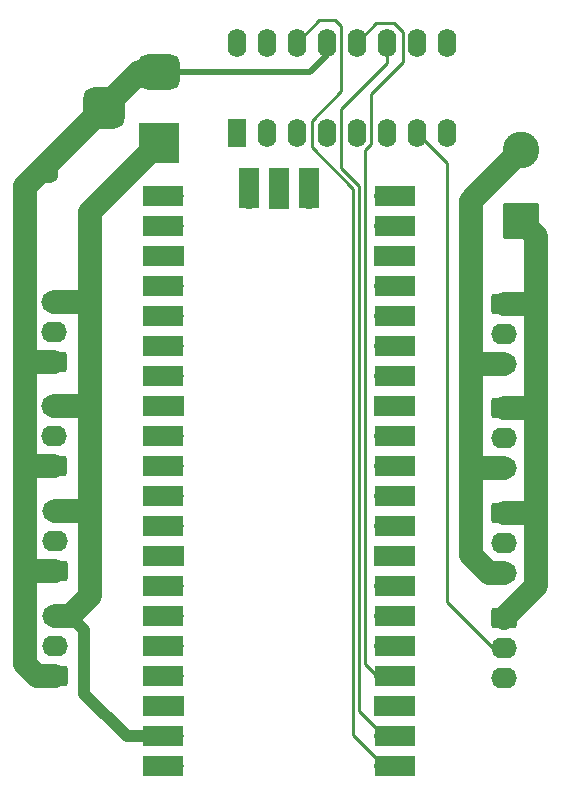
<source format=gtl>
%TF.GenerationSoftware,KiCad,Pcbnew,(6.0.7)*%
%TF.CreationDate,2022-09-24T21:41:20+01:00*%
%TF.ProjectId,mini_jellies,6d696e69-5f6a-4656-9c6c-6965732e6b69,rev?*%
%TF.SameCoordinates,Original*%
%TF.FileFunction,Copper,L1,Top*%
%TF.FilePolarity,Positive*%
%FSLAX46Y46*%
G04 Gerber Fmt 4.6, Leading zero omitted, Abs format (unit mm)*
G04 Created by KiCad (PCBNEW (6.0.7)) date 2022-09-24 21:41:20*
%MOMM*%
%LPD*%
G01*
G04 APERTURE LIST*
G04 Aperture macros list*
%AMRoundRect*
0 Rectangle with rounded corners*
0 $1 Rounding radius*
0 $2 $3 $4 $5 $6 $7 $8 $9 X,Y pos of 4 corners*
0 Add a 4 corners polygon primitive as box body*
4,1,4,$2,$3,$4,$5,$6,$7,$8,$9,$2,$3,0*
0 Add four circle primitives for the rounded corners*
1,1,$1+$1,$2,$3*
1,1,$1+$1,$4,$5*
1,1,$1+$1,$6,$7*
1,1,$1+$1,$8,$9*
0 Add four rect primitives between the rounded corners*
20,1,$1+$1,$2,$3,$4,$5,0*
20,1,$1+$1,$4,$5,$6,$7,0*
20,1,$1+$1,$6,$7,$8,$9,0*
20,1,$1+$1,$8,$9,$2,$3,0*%
G04 Aperture macros list end*
%TA.AperFunction,ComponentPad*%
%ADD10C,1.600000*%
%TD*%
%TA.AperFunction,ComponentPad*%
%ADD11RoundRect,0.250000X0.845000X-0.620000X0.845000X0.620000X-0.845000X0.620000X-0.845000X-0.620000X0*%
%TD*%
%TA.AperFunction,ComponentPad*%
%ADD12O,2.190000X1.740000*%
%TD*%
%TA.AperFunction,ComponentPad*%
%ADD13RoundRect,0.250000X-0.845000X0.620000X-0.845000X-0.620000X0.845000X-0.620000X0.845000X0.620000X0*%
%TD*%
%TA.AperFunction,ComponentPad*%
%ADD14R,1.600000X2.400000*%
%TD*%
%TA.AperFunction,ComponentPad*%
%ADD15O,1.600000X2.400000*%
%TD*%
%TA.AperFunction,ComponentPad*%
%ADD16O,1.700000X1.700000*%
%TD*%
%TA.AperFunction,SMDPad,CuDef*%
%ADD17R,3.500000X1.700000*%
%TD*%
%TA.AperFunction,ComponentPad*%
%ADD18R,1.700000X1.700000*%
%TD*%
%TA.AperFunction,SMDPad,CuDef*%
%ADD19R,1.700000X3.500000*%
%TD*%
%TA.AperFunction,ComponentPad*%
%ADD20RoundRect,0.875000X-0.875000X0.875000X-0.875000X-0.875000X0.875000X-0.875000X0.875000X0.875000X0*%
%TD*%
%TA.AperFunction,ComponentPad*%
%ADD21RoundRect,0.750000X-1.000000X0.750000X-1.000000X-0.750000X1.000000X-0.750000X1.000000X0.750000X0*%
%TD*%
%TA.AperFunction,ComponentPad*%
%ADD22R,3.500000X3.500000*%
%TD*%
%TA.AperFunction,ComponentPad*%
%ADD23RoundRect,0.249999X1.300001X-1.300001X1.300001X1.300001X-1.300001X1.300001X-1.300001X-1.300001X0*%
%TD*%
%TA.AperFunction,ComponentPad*%
%ADD24C,3.100000*%
%TD*%
%TA.AperFunction,Conductor*%
%ADD25C,2.000000*%
%TD*%
%TA.AperFunction,Conductor*%
%ADD26C,0.500000*%
%TD*%
%TA.AperFunction,Conductor*%
%ADD27C,1.000000*%
%TD*%
%TA.AperFunction,Conductor*%
%ADD28C,0.250000*%
%TD*%
G04 APERTURE END LIST*
D10*
%TO.P,C1,2*%
%TO.N,GND*%
X100482233Y-59482233D03*
%TO.P,C1,1*%
%TO.N,+5V*%
X104017767Y-63017767D03*
%TD*%
D11*
%TO.P,J3,1,Pin_1*%
%TO.N,GND*%
X100965000Y-75390000D03*
D12*
%TO.P,J3,2,Pin_2*%
%TO.N,Net-(J3-Pad2)*%
X100965000Y-72850000D03*
%TO.P,J3,3,Pin_3*%
%TO.N,+5V*%
X100965000Y-70310000D03*
%TD*%
D13*
%TO.P,J7,1,Pin_1*%
%TO.N,GND*%
X139025000Y-70485000D03*
D12*
%TO.P,J7,2,Pin_2*%
%TO.N,Net-(J7-Pad2)*%
X139025000Y-73025000D03*
%TO.P,J7,3,Pin_3*%
%TO.N,+5V*%
X139025000Y-75565000D03*
%TD*%
D11*
%TO.P,J5,1,Pin_1*%
%TO.N,GND*%
X100985000Y-93110000D03*
D12*
%TO.P,J5,2,Pin_2*%
%TO.N,Net-(J5-Pad2)*%
X100985000Y-90570000D03*
%TO.P,J5,3,Pin_3*%
%TO.N,+5V*%
X100985000Y-88030000D03*
%TD*%
D14*
%TO.P,U1,1,QB*%
%TO.N,Net-(J4-Pad2)*%
X116425000Y-56025000D03*
D15*
%TO.P,U1,2,QC*%
%TO.N,Net-(J5-Pad2)*%
X118965000Y-56025000D03*
%TO.P,U1,3,QD*%
%TO.N,Net-(J6-Pad2)*%
X121505000Y-56025000D03*
%TO.P,U1,4,QE*%
%TO.N,Net-(J7-Pad2)*%
X124045000Y-56025000D03*
%TO.P,U1,5,QF*%
%TO.N,Net-(J8-Pad2)*%
X126585000Y-56025000D03*
%TO.P,U1,6,QG*%
%TO.N,Net-(J9-Pad2)*%
X129125000Y-56025000D03*
%TO.P,U1,7,QH*%
%TO.N,Net-(J10-Pad2)*%
X131665000Y-56025000D03*
%TO.P,U1,8,GND*%
%TO.N,GND*%
X134205000Y-56025000D03*
%TO.P,U1,9,QH'*%
%TO.N,unconnected-(U1-Pad9)*%
X134205000Y-48405000D03*
%TO.P,U1,10,~{SRCLR}*%
%TO.N,+5V*%
X131665000Y-48405000D03*
%TO.P,U1,11,SRCLK*%
%TO.N,/CLOCK*%
X129125000Y-48405000D03*
%TO.P,U1,12,RCLK*%
%TO.N,/LATCH*%
X126585000Y-48405000D03*
%TO.P,U1,13,~{OE}*%
%TO.N,GND*%
X124045000Y-48405000D03*
%TO.P,U1,14,SER*%
%TO.N,/DATA*%
X121505000Y-48405000D03*
%TO.P,U1,15,QA*%
%TO.N,Net-(J3-Pad2)*%
X118965000Y-48405000D03*
%TO.P,U1,16,VCC*%
%TO.N,+5V*%
X116425000Y-48405000D03*
%TD*%
D16*
%TO.P,U2,1,GPIO0*%
%TO.N,/DATA*%
X128890000Y-109630000D03*
D17*
X129790000Y-109630000D03*
%TO.P,U2,2,GPIO1*%
%TO.N,/CLOCK*%
X129790000Y-107090000D03*
D16*
X128890000Y-107090000D03*
D18*
%TO.P,U2,3,GND*%
%TO.N,unconnected-(U2-Pad3)*%
X128890000Y-104550000D03*
D17*
X129790000Y-104550000D03*
%TO.P,U2,4,GPIO2*%
%TO.N,/LATCH*%
X129790000Y-102010000D03*
D16*
X128890000Y-102010000D03*
D17*
%TO.P,U2,5,GPIO3*%
%TO.N,unconnected-(U2-Pad5)*%
X129790000Y-99470000D03*
D16*
X128890000Y-99470000D03*
%TO.P,U2,6,GPIO4*%
%TO.N,unconnected-(U2-Pad6)*%
X128890000Y-96930000D03*
D17*
X129790000Y-96930000D03*
D16*
%TO.P,U2,7,GPIO5*%
%TO.N,unconnected-(U2-Pad7)*%
X128890000Y-94390000D03*
D17*
X129790000Y-94390000D03*
D18*
%TO.P,U2,8,GND*%
%TO.N,unconnected-(U2-Pad8)*%
X128890000Y-91850000D03*
D17*
X129790000Y-91850000D03*
D16*
%TO.P,U2,9,GPIO6*%
%TO.N,unconnected-(U2-Pad9)*%
X128890000Y-89310000D03*
D17*
X129790000Y-89310000D03*
D16*
%TO.P,U2,10,GPIO7*%
%TO.N,unconnected-(U2-Pad10)*%
X128890000Y-86770000D03*
D17*
X129790000Y-86770000D03*
D16*
%TO.P,U2,11,GPIO8*%
%TO.N,unconnected-(U2-Pad11)*%
X128890000Y-84230000D03*
D17*
X129790000Y-84230000D03*
%TO.P,U2,12,GPIO9*%
%TO.N,unconnected-(U2-Pad12)*%
X129790000Y-81690000D03*
D16*
X128890000Y-81690000D03*
D18*
%TO.P,U2,13,GND*%
%TO.N,unconnected-(U2-Pad13)*%
X128890000Y-79150000D03*
D17*
X129790000Y-79150000D03*
D16*
%TO.P,U2,14,GPIO10*%
%TO.N,unconnected-(U2-Pad14)*%
X128890000Y-76610000D03*
D17*
X129790000Y-76610000D03*
D16*
%TO.P,U2,15,GPIO11*%
%TO.N,unconnected-(U2-Pad15)*%
X128890000Y-74070000D03*
D17*
X129790000Y-74070000D03*
%TO.P,U2,16,GPIO12*%
%TO.N,unconnected-(U2-Pad16)*%
X129790000Y-71530000D03*
D16*
X128890000Y-71530000D03*
%TO.P,U2,17,GPIO13*%
%TO.N,unconnected-(U2-Pad17)*%
X128890000Y-68990000D03*
D17*
X129790000Y-68990000D03*
D18*
%TO.P,U2,18,GND*%
%TO.N,GND*%
X128890000Y-66450000D03*
D17*
X129790000Y-66450000D03*
D16*
%TO.P,U2,19,GPIO14*%
%TO.N,unconnected-(U2-Pad19)*%
X128890000Y-63910000D03*
D17*
X129790000Y-63910000D03*
D16*
%TO.P,U2,20,GPIO15*%
%TO.N,unconnected-(U2-Pad20)*%
X128890000Y-61370000D03*
D17*
X129790000Y-61370000D03*
D16*
%TO.P,U2,21,GPIO16*%
%TO.N,unconnected-(U2-Pad21)*%
X111110000Y-61370000D03*
D17*
X110210000Y-61370000D03*
D16*
%TO.P,U2,22,GPIO17*%
%TO.N,unconnected-(U2-Pad22)*%
X111110000Y-63910000D03*
D17*
X110210000Y-63910000D03*
D18*
%TO.P,U2,23,GND*%
%TO.N,GND*%
X111110000Y-66450000D03*
D17*
X110210000Y-66450000D03*
%TO.P,U2,24,GPIO18*%
%TO.N,unconnected-(U2-Pad24)*%
X110210000Y-68990000D03*
D16*
X111110000Y-68990000D03*
D17*
%TO.P,U2,25,GPIO19*%
%TO.N,unconnected-(U2-Pad25)*%
X110210000Y-71530000D03*
D16*
X111110000Y-71530000D03*
D17*
%TO.P,U2,26,GPIO20*%
%TO.N,unconnected-(U2-Pad26)*%
X110210000Y-74070000D03*
D16*
X111110000Y-74070000D03*
%TO.P,U2,27,GPIO21*%
%TO.N,unconnected-(U2-Pad27)*%
X111110000Y-76610000D03*
D17*
X110210000Y-76610000D03*
%TO.P,U2,28,GND*%
%TO.N,unconnected-(U2-Pad28)*%
X110210000Y-79150000D03*
D18*
X111110000Y-79150000D03*
D17*
%TO.P,U2,29,GPIO22*%
%TO.N,unconnected-(U2-Pad29)*%
X110210000Y-81690000D03*
D16*
X111110000Y-81690000D03*
%TO.P,U2,30,RUN*%
%TO.N,unconnected-(U2-Pad30)*%
X111110000Y-84230000D03*
D17*
X110210000Y-84230000D03*
D16*
%TO.P,U2,31,GPIO26_ADC0*%
%TO.N,unconnected-(U2-Pad31)*%
X111110000Y-86770000D03*
D17*
X110210000Y-86770000D03*
%TO.P,U2,32,GPIO27_ADC1*%
%TO.N,unconnected-(U2-Pad32)*%
X110210000Y-89310000D03*
D16*
X111110000Y-89310000D03*
D17*
%TO.P,U2,33,AGND*%
%TO.N,unconnected-(U2-Pad33)*%
X110210000Y-91850000D03*
D18*
X111110000Y-91850000D03*
D17*
%TO.P,U2,34,GPIO28_ADC2*%
%TO.N,unconnected-(U2-Pad34)*%
X110210000Y-94390000D03*
D16*
X111110000Y-94390000D03*
D17*
%TO.P,U2,35,ADC_VREF*%
%TO.N,unconnected-(U2-Pad35)*%
X110210000Y-96930000D03*
D16*
X111110000Y-96930000D03*
D17*
%TO.P,U2,36,3V3*%
%TO.N,unconnected-(U2-Pad36)*%
X110210000Y-99470000D03*
D16*
X111110000Y-99470000D03*
%TO.P,U2,37,3V3_EN*%
%TO.N,unconnected-(U2-Pad37)*%
X111110000Y-102010000D03*
D17*
X110210000Y-102010000D03*
D18*
%TO.P,U2,38,GND*%
%TO.N,GND*%
X111110000Y-104550000D03*
D17*
X110210000Y-104550000D03*
%TO.P,U2,39,VSYS*%
%TO.N,+5V*%
X110210000Y-107090000D03*
D16*
X111110000Y-107090000D03*
D17*
%TO.P,U2,40,VBUS*%
%TO.N,unconnected-(U2-Pad40)*%
X110210000Y-109630000D03*
D16*
X111110000Y-109630000D03*
D19*
%TO.P,U2,41,SWCLK*%
%TO.N,unconnected-(U2-Pad41)*%
X122540000Y-60700000D03*
D16*
X122540000Y-61600000D03*
D18*
%TO.P,U2,42,GND*%
%TO.N,unconnected-(U2-Pad42)*%
X120000000Y-61600000D03*
D19*
X120000000Y-60700000D03*
%TO.P,U2,43,SWDIO*%
%TO.N,unconnected-(U2-Pad43)*%
X117460000Y-60700000D03*
D16*
X117460000Y-61600000D03*
%TD*%
D13*
%TO.P,J8,1,Pin_1*%
%TO.N,GND*%
X139025000Y-79315000D03*
D12*
%TO.P,J8,2,Pin_2*%
%TO.N,Net-(J8-Pad2)*%
X139025000Y-81855000D03*
%TO.P,J8,3,Pin_3*%
%TO.N,+5V*%
X139025000Y-84395000D03*
%TD*%
D20*
%TO.P,J2,3*%
%TO.N,GND*%
X105157500Y-53900000D03*
D21*
%TO.P,J2,2*%
X109857500Y-50900000D03*
D22*
%TO.P,J2,1*%
%TO.N,+5V*%
X109857500Y-56900000D03*
%TD*%
D11*
%TO.P,J4,1,Pin_1*%
%TO.N,GND*%
X100965000Y-84220000D03*
D12*
%TO.P,J4,2,Pin_2*%
%TO.N,Net-(J4-Pad2)*%
X100965000Y-81680000D03*
%TO.P,J4,3,Pin_3*%
%TO.N,+5V*%
X100965000Y-79140000D03*
%TD*%
D23*
%TO.P,J1,1,Pin_1*%
%TO.N,GND*%
X140500000Y-63500000D03*
D24*
%TO.P,J1,2,Pin_2*%
%TO.N,+5V*%
X140500000Y-57500000D03*
%TD*%
D11*
%TO.P,J6,1,Pin_1*%
%TO.N,GND*%
X100985000Y-102000000D03*
D12*
%TO.P,J6,2,Pin_2*%
%TO.N,Net-(J6-Pad2)*%
X100985000Y-99460000D03*
%TO.P,J6,3,Pin_3*%
%TO.N,+5V*%
X100985000Y-96920000D03*
%TD*%
D13*
%TO.P,J10,1,Pin_1*%
%TO.N,GND*%
X139045000Y-97075000D03*
D12*
%TO.P,J10,2,Pin_2*%
%TO.N,Net-(J10-Pad2)*%
X139045000Y-99615000D03*
%TO.P,J10,3,Pin_3*%
%TO.N,+5V*%
X139045000Y-102155000D03*
%TD*%
D13*
%TO.P,J9,1,Pin_1*%
%TO.N,GND*%
X139005000Y-88185000D03*
D12*
%TO.P,J9,2,Pin_2*%
%TO.N,Net-(J9-Pad2)*%
X139005000Y-90725000D03*
%TO.P,J9,3,Pin_3*%
%TO.N,+5V*%
X139005000Y-93265000D03*
%TD*%
D25*
%TO.N,GND*%
X139025000Y-79315000D02*
X141565000Y-79315000D01*
X100965000Y-84220000D02*
X98530000Y-84220000D01*
X98500000Y-101000000D02*
X98500000Y-93000000D01*
X98860000Y-75390000D02*
X98500000Y-75750000D01*
X108157500Y-50900000D02*
X109857500Y-50900000D01*
X141750000Y-79500000D02*
X141750000Y-88000000D01*
X100985000Y-93110000D02*
X98610000Y-93110000D01*
D26*
X124045000Y-48405000D02*
X124045000Y-49455000D01*
D25*
X99500000Y-102000000D02*
X98500000Y-101000000D01*
X141750000Y-88000000D02*
X141750000Y-94370000D01*
X98500000Y-60557500D02*
X105157500Y-53900000D01*
X98530000Y-84220000D02*
X98500000Y-84250000D01*
X141565000Y-88185000D02*
X141750000Y-88000000D01*
X98610000Y-93110000D02*
X98500000Y-93000000D01*
X141750000Y-64750000D02*
X141750000Y-70750000D01*
X100985000Y-102000000D02*
X99500000Y-102000000D01*
X141485000Y-70485000D02*
X141750000Y-70750000D01*
D26*
X124045000Y-49455000D02*
X122600000Y-50900000D01*
D25*
X141565000Y-79315000D02*
X141750000Y-79500000D01*
X98500000Y-93000000D02*
X98500000Y-84250000D01*
X100965000Y-75390000D02*
X98860000Y-75390000D01*
X140500000Y-63500000D02*
X141750000Y-64750000D01*
X139045000Y-97075000D02*
X141750000Y-94370000D01*
X105157500Y-53900000D02*
X108157500Y-50900000D01*
X141750000Y-70750000D02*
X141750000Y-79500000D01*
X98500000Y-84250000D02*
X98500000Y-75750000D01*
X139025000Y-70485000D02*
X141485000Y-70485000D01*
X139005000Y-88185000D02*
X141565000Y-88185000D01*
X98500000Y-75750000D02*
X98500000Y-60557500D01*
D26*
X122600000Y-50900000D02*
X109857500Y-50900000D01*
D25*
%TO.N,+5V*%
X139025000Y-84395000D02*
X136645000Y-84395000D01*
X137765000Y-93265000D02*
X139005000Y-93265000D01*
D27*
X107090000Y-107090000D02*
X111110000Y-107090000D01*
X103500000Y-98090000D02*
X102330000Y-96920000D01*
D25*
X136935000Y-75565000D02*
X136250000Y-76250000D01*
X104000000Y-71000000D02*
X104000000Y-79750000D01*
X136250000Y-91750000D02*
X137765000Y-93265000D01*
D27*
X103500000Y-103500000D02*
X107090000Y-107090000D01*
D25*
X139025000Y-75565000D02*
X136935000Y-75565000D01*
X100965000Y-70310000D02*
X103310000Y-70310000D01*
X102330000Y-96920000D02*
X100985000Y-96920000D01*
X136250000Y-84000000D02*
X136250000Y-91750000D01*
X136250000Y-61750000D02*
X136250000Y-76250000D01*
X104000000Y-87750000D02*
X104000000Y-95250000D01*
X136645000Y-84395000D02*
X136250000Y-84000000D01*
X103720000Y-88030000D02*
X104000000Y-87750000D01*
D27*
X103500000Y-103500000D02*
X103500000Y-98090000D01*
D25*
X103390000Y-79140000D02*
X104000000Y-79750000D01*
X100965000Y-79140000D02*
X103390000Y-79140000D01*
X136250000Y-76250000D02*
X136250000Y-84000000D01*
X104000000Y-79750000D02*
X104000000Y-87750000D01*
X109857500Y-56900000D02*
X104000000Y-62757500D01*
X104000000Y-95250000D02*
X102330000Y-96920000D01*
X140500000Y-57500000D02*
X136250000Y-61750000D01*
X104000000Y-62757500D02*
X104000000Y-71000000D01*
X103310000Y-70310000D02*
X104000000Y-71000000D01*
X100985000Y-88030000D02*
X103720000Y-88030000D01*
D28*
%TO.N,Net-(J10-Pad2)*%
X134250000Y-95750000D02*
X138115000Y-99615000D01*
X134250000Y-58610000D02*
X134250000Y-95750000D01*
X138115000Y-99615000D02*
X139045000Y-99615000D01*
X131665000Y-56025000D02*
X134250000Y-58610000D01*
%TO.N,/CLOCK*%
X125250000Y-54000000D02*
X129125000Y-50125000D01*
X126750000Y-104950000D02*
X126750000Y-60500000D01*
X126750000Y-60500000D02*
X125250000Y-59000000D01*
X129125000Y-50125000D02*
X129125000Y-48405000D01*
X128890000Y-107090000D02*
X126750000Y-104950000D01*
X125250000Y-59000000D02*
X125250000Y-54000000D01*
%TO.N,/LATCH*%
X127750000Y-57000000D02*
X127750000Y-52750000D01*
X130500000Y-50000000D02*
X130500000Y-47500000D01*
X129750000Y-46750000D02*
X128240000Y-46750000D01*
X130500000Y-47500000D02*
X129750000Y-46750000D01*
X128890000Y-102010000D02*
X128260000Y-102010000D01*
X128260000Y-102010000D02*
X127250000Y-101000000D01*
X127250000Y-101000000D02*
X127250000Y-57500000D01*
X127750000Y-52750000D02*
X130500000Y-50000000D01*
X128240000Y-46750000D02*
X126585000Y-48405000D01*
X127250000Y-57500000D02*
X127750000Y-57000000D01*
%TO.N,/DATA*%
X125250000Y-52500000D02*
X125250000Y-47000000D01*
X122750000Y-55000000D02*
X125250000Y-52500000D01*
X125250000Y-47000000D02*
X124750000Y-46500000D01*
X128890000Y-109630000D02*
X126250000Y-106990000D01*
X126250000Y-106990000D02*
X126250000Y-60750000D01*
X126250000Y-60750000D02*
X122750000Y-57250000D01*
X123410000Y-46500000D02*
X121505000Y-48405000D01*
X122750000Y-57250000D02*
X122750000Y-55000000D01*
X124750000Y-46500000D02*
X123410000Y-46500000D01*
%TD*%
M02*

</source>
